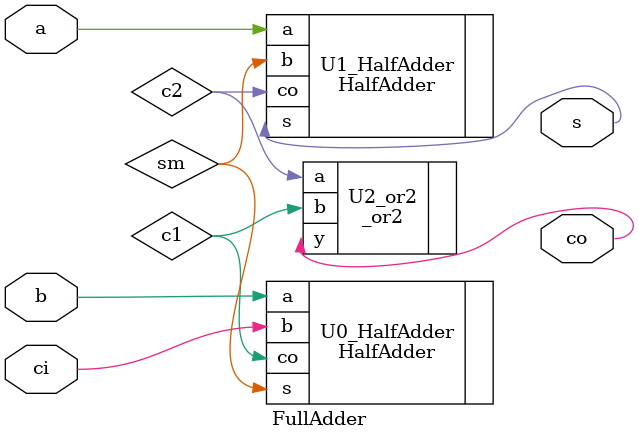
<source format=v>

module FullAdder(a, b, ci, co, s); //Module of Full Adder
	input a, b, ci; //a,b : Variable for input binary signals //ci : Variable of input carry value for full adder
	output co, s; //co : Output port for carry of result //s : Output port for result
	
	wire sm, c1, c2; //sm : Wire for internal result //c1,c2 : Wire for internal carry
	
	HalfAdder U0_HalfAdder(.a(b),.b(ci),.co(c1),.s(sm)); //Add b and input carry use half adder
	HalfAdder U1_HalfAdder(.a(a),.b(sm),.co(c2),.s(s)); //Add a and result of first half adder use half adder
	_or2 U2_or2(.a(c2),.b(c1),.y(co)); //co = c1 + c2
endmodule //End of module
</source>
